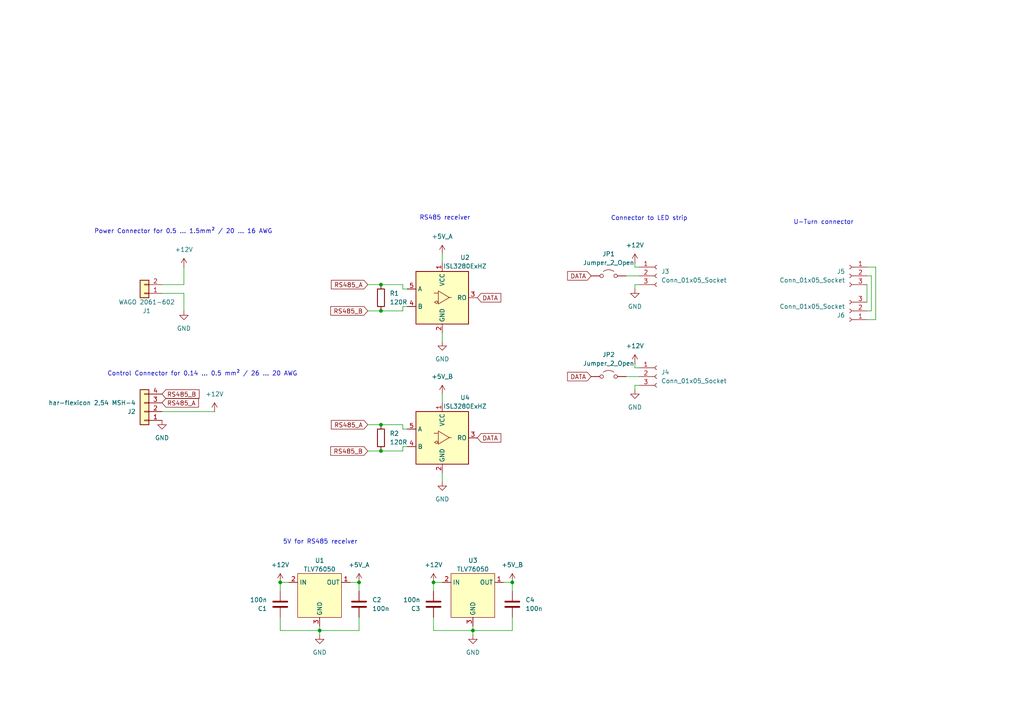
<source format=kicad_sch>
(kicad_sch (version 20231120) (generator "eeschema") (generator_version "8.0")
  (paper "A4")
  (lib_symbols
    (symbol "Connector:Conn_01x03_Socket" (pin_names (offset 1.016) hide)
      (property "Reference" "J" (at 0 5.08 0))
      (property "Value" "Conn_01x03_Socket" (at 0 -5.08 0))
      (symbol "Conn_01x03_Socket_1_1"
        (arc (start 0 -2.032) (mid -0.5058 -2.54) (end 0 -3.048) (stroke (width 0.1524)))
        (polyline (pts (xy -1.27 -2.54) (xy -0.508 -2.54)) (stroke (width 0.1524)))
        (polyline (pts (xy -1.27 0) (xy -0.508 0)) (stroke (width 0.1524)))
        (polyline (pts (xy -1.27 2.54) (xy -0.508 2.54)) (stroke (width 0.1524)))
        (arc (start 0 0.508) (mid -0.5058 0) (end 0 -0.508) (stroke (width 0.1524)))
        (arc (start 0 3.048) (mid -0.5058 2.54) (end 0 2.032) (stroke (width 0.1524)))
        (pin passive line (at -5.08 2.54 0) (length 3.81) (name "Pin_1") (number "1"))
        (pin passive line (at -5.08 0 0) (length 3.81) (name "Pin_2") (number "2"))
        (pin passive line (at -5.08 -2.54 0) (length 3.81) (name "Pin_3") (number "3"))
      )
    )
    (symbol "Connector_Generic:Conn_01x02" (pin_names (offset 1.016) hide)
      (property "Reference" "J" (at 0 2.54 0))
      (property "Value" "Conn_01x02" (at 0 -5.08 0))
      (symbol "Conn_01x02_1_1"
        (rectangle (start -1.27 -2.413) (end 0 -2.667) (stroke (width 0.1524)))
        (rectangle (start -1.27 0.127) (end 0 -0.127) (stroke (width 0.1524)))
        (rectangle (start -1.27 1.27) (end 1.27 -3.81) (stroke (width 0.254)) (fill (type background)))
        (pin passive line (at -5.08 0 0) (length 3.81) (name "Pin_1") (number "1"))
        (pin passive line (at -5.08 -2.54 0) (length 3.81) (name "Pin_2") (number "2"))
      )
    )
    (symbol "Connector_Generic:Conn_01x04" (pin_names (offset 1.016) hide)
      (property "Reference" "J" (at 0 5.08 0))
      (property "Value" "Conn_01x04" (at 0 -7.62 0))
      (symbol "Conn_01x04_1_1"
        (rectangle (start -1.27 -4.953) (end 0 -5.207) (stroke (width 0.1524)))
        (rectangle (start -1.27 -2.413) (end 0 -2.667) (stroke (width 0.1524)))
        (rectangle (start -1.27 0.127) (end 0 -0.127) (stroke (width 0.1524)))
        (rectangle (start -1.27 2.667) (end 0 2.413) (stroke (width 0.1524)))
        (rectangle (start -1.27 3.81) (end 1.27 -6.35) (stroke (width 0.254)) (fill (type background)))
        (pin passive line (at -5.08 2.54 0) (length 3.81) (name "Pin_1") (number "1"))
        (pin passive line (at -5.08 0 0) (length 3.81) (name "Pin_2") (number "2"))
        (pin passive line (at -5.08 -2.54 0) (length 3.81) (name "Pin_3") (number "3"))
        (pin passive line (at -5.08 -5.08 0) (length 3.81) (name "Pin_4") (number "4"))
      )
    )
    (symbol "Device:C" (pin_numbers hide) (pin_names (offset 0.254))
      (property "Reference" "C" (at 0.635 2.54 0))
      (property "Value" "C" (at 0.635 -2.54 0))
      (symbol "C_0_1"
        (polyline (pts (xy -2.032 -0.762) (xy 2.032 -0.762)) (stroke (width 0.508)))
        (polyline (pts (xy -2.032 0.762) (xy 2.032 0.762)) (stroke (width 0.508)))
      )
      (symbol "C_1_1"
        (pin passive line (at 0 3.81 270) (length 2.794) (name "~") (number "1"))
        (pin passive line (at 0 -3.81 90) (length 2.794) (name "~") (number "2"))
      )
    )
    (symbol "Device:R" (pin_numbers hide) (pin_names (offset 0))
      (property "Reference" "R" (at 2.032 0 90))
      (property "Value" "R" (at 0 0 90))
      (symbol "R_0_1"
        (rectangle (start -1.016 -2.54) (end 1.016 2.54) (stroke (width 0.254)))
      )
      (symbol "R_1_1"
        (pin passive line (at 0 3.81 270) (length 1.27) (name "~") (number "1"))
        (pin passive line (at 0 -3.81 90) (length 1.27) (name "~") (number "2"))
      )
    )
    (symbol "Interface_UART:ISL3280ExHZ"
      (property "Reference" "U" (at 2.54 11.43 0))
      (property "Value" "ISL3280ExHZ" (at 2.54 8.89 0))
      (symbol "ISL3280ExHZ_0_1"
        (circle (center -1.651 -1.2954) (radius 0.3556))
        (polyline (pts (xy -2.0574 -1.2954) (xy -2.3622 -1.2954)))
        (polyline (pts (xy 2.032 0.0762) (xy 2.667 0.0762)))
        (polyline (pts (xy -1.143 1.9812) (xy -1.143 -1.8288) (xy 2.032 0.0762) (xy -1.143 1.9812) (xy -1.143 1.3462) (xy -2.413 1.3462)))
        (rectangle (start 7.62 7.62) (end -7.62 -7.62) (stroke (width 0.254)) (fill (type background)))
      )
      (symbol "ISL3280ExHZ_1_1"
        (pin power_in line (at 0 10.16 270) (length 2.54) (name "VCC") (number "1"))
        (pin power_in line (at 0 -10.16 90) (length 2.54) (name "GND") (number "2"))
        (pin output line (at 10.16 0 180) (length 2.54) (name "RO") (number "3"))
        (pin input line (at -10.16 -2.54 0) (length 2.54) (name "B") (number "4"))
        (pin input line (at -10.16 2.54 0) (length 2.54) (name "A") (number "5"))
      )
    )
    (symbol "Jumper:Jumper_2_Open" (pin_numbers hide) (pin_names (offset 0) hide) (exclude_from_sim yes)
      (property "Reference" "JP" (at 0 2.794 0))
      (property "Value" "Jumper_2_Open" (at 0 -2.286 0))
      (symbol "Jumper_2_Open_0_0"
        (circle (center -2.032 0) (radius 0.508))
        (circle (center 2.032 0) (radius 0.508))
      )
      (symbol "Jumper_2_Open_0_1"
        (arc (start 1.524 1.27) (mid 0 1.778) (end -1.524 1.27))
      )
      (symbol "Jumper_2_Open_1_1"
        (pin passive line (at -5.08 0 0) (length 2.54) (name "A") (number "1"))
        (pin passive line (at 5.08 0 180) (length 2.54) (name "B") (number "2"))
      )
    )
    (symbol "local:TLV760"
      (property "Reference" "U" (at 0 8.382 0))
      (symbol "TLV760_1_1"
        (rectangle (start -6.35 6.35) (end 6.35 -6.35) (fill (type background)))
        (pin power_out line (at 8.89 3.81 180) (length 2.54) (name "OUT") (number "1"))
        (pin power_in line (at -8.89 3.81 0) (length 2.54) (name "IN") (number "2"))
        (pin power_in line (at 0 -8.89 90) (length 2.54) (name "GND") (number "3"))
      )
    )
    (symbol "power:+12V" (power) (pin_numbers hide) (pin_names (offset 0) hide)
      (property "Value" "+12V" (at 0 3.556 0))
      (symbol "+12V_0_1"
        (polyline (pts (xy -0.762 1.27) (xy 0 2.54)))
        (polyline (pts (xy 0 0) (xy 0 2.54)))
        (polyline (pts (xy 0 2.54) (xy 0.762 1.27)))
      )
      (symbol "+12V_1_1"
        (pin power_in line (at 0 0 90) (length 0) (name "~") (number "1"))
      )
    )
    (symbol "power:+5V" (power) (pin_names (offset 0))
      (property "Value" "+5V" (at 0 3.556 0))
      (symbol "+5V_0_1"
        (polyline (pts (xy -0.762 1.27) (xy 0 2.54)))
        (polyline (pts (xy 0 0) (xy 0 2.54)))
        (polyline (pts (xy 0 2.54) (xy 0.762 1.27)))
      )
      (symbol "+5V_1_1"
        (pin power_in line (at 0 0 90) (length 0) hide (name "+5V") (number "1"))
      )
    )
    (symbol "power:GND" (power) (pin_names (offset 0))
      (property "Value" "GND" (at 0 -3.81 0))
      (symbol "GND_0_1"
        (polyline (pts (xy 0 0) (xy 0 -1.27) (xy 1.27 -1.27) (xy 0 -2.54) (xy -1.27 -1.27) (xy 0 -1.27)))
      )
      (symbol "GND_1_1"
        (pin power_in line (at 0 0 270) (length 0) hide (name "GND") (number "1"))
      )
    )
  )
  (junction (at 110.49 82.55))
  (junction (at 137.16 182.88))
  (junction (at 81.28 168.91))
  (junction (at 92.71 182.88))
  (junction (at 110.49 90.17))
  (junction (at 110.49 130.81))
  (junction (at 125.73 168.91))
  (junction (at 148.59 168.91))
  (junction (at 110.49 123.19))
  (junction (at 104.14 168.91))
  (wire (pts (xy 128.27 114.3) (xy 128.27 116.84)))
  (wire (pts (xy 106.68 130.81) (xy 110.49 130.81)))
  (wire (pts (xy 53.34 82.55) (xy 46.99 82.55)))
  (wire (pts (xy 53.34 77.47) (xy 53.34 82.55)))
  (wire (pts (xy 106.68 90.17) (xy 110.49 90.17)))
  (wire (pts (xy 116.84 88.9) (xy 116.84 90.17)))
  (wire (pts (xy 110.49 123.19) (xy 106.68 123.19)))
  (wire (pts (xy 116.84 88.9) (xy 118.11 88.9)))
  (wire (pts (xy 110.49 130.81) (xy 116.84 130.81)))
  (wire (pts (xy 125.73 168.91) (xy 125.73 171.45)))
  (wire (pts (xy 184.15 106.68) (xy 184.15 105.41)))
  (wire (pts (xy 110.49 90.17) (xy 116.84 90.17)))
  (wire (pts (xy 184.15 113.03) (xy 184.15 111.76)))
  (wire (pts (xy 252.73 90.17) (xy 252.73 80.01)))
  (wire (pts (xy 184.15 82.55) (xy 185.42 82.55)))
  (wire (pts (xy 148.59 182.88) (xy 148.59 179.07)))
  (wire (pts (xy 92.71 182.88) (xy 92.71 184.15)))
  (wire (pts (xy 125.73 179.07) (xy 125.73 182.88)))
  (wire (pts (xy 101.6 168.91) (xy 104.14 168.91)))
  (wire (pts (xy 184.15 77.47) (xy 184.15 76.2)))
  (wire (pts (xy 116.84 129.54) (xy 116.84 130.81)))
  (wire (pts (xy 104.14 168.91) (xy 104.14 171.45)))
  (wire (pts (xy 110.49 123.19) (xy 116.84 123.19)))
  (wire (pts (xy 184.15 111.76) (xy 185.42 111.76)))
  (wire (pts (xy 251.46 77.47) (xy 254 77.47)))
  (wire (pts (xy 116.84 83.82) (xy 118.11 83.82)))
  (wire (pts (xy 181.61 80.01) (xy 185.42 80.01)))
  (wire (pts (xy 110.49 82.55) (xy 106.68 82.55)))
  (wire (pts (xy 181.61 109.22) (xy 185.42 109.22)))
  (wire (pts (xy 116.84 124.46) (xy 118.11 124.46)))
  (wire (pts (xy 184.15 106.68) (xy 185.42 106.68)))
  (wire (pts (xy 251.46 82.55) (xy 251.46 87.63)))
  (wire (pts (xy 116.84 82.55) (xy 116.84 83.82)))
  (wire (pts (xy 116.84 129.54) (xy 118.11 129.54)))
  (wire (pts (xy 92.71 181.61) (xy 92.71 182.88)))
  (wire (pts (xy 254 77.47) (xy 254 92.71)))
  (wire (pts (xy 251.46 80.01) (xy 252.73 80.01)))
  (wire (pts (xy 125.73 168.91) (xy 128.27 168.91)))
  (wire (pts (xy 251.46 90.17) (xy 252.73 90.17)))
  (wire (pts (xy 53.34 85.09) (xy 46.99 85.09)))
  (wire (pts (xy 137.16 182.88) (xy 148.59 182.88)))
  (wire (pts (xy 104.14 182.88) (xy 104.14 179.07)))
  (wire (pts (xy 128.27 96.52) (xy 128.27 99.06)))
  (wire (pts (xy 148.59 168.91) (xy 148.59 171.45)))
  (wire (pts (xy 46.99 119.38) (xy 62.23 119.38)))
  (wire (pts (xy 128.27 73.66) (xy 128.27 76.2)))
  (wire (pts (xy 81.28 182.88) (xy 92.71 182.88)))
  (wire (pts (xy 81.28 168.91) (xy 81.28 171.45)))
  (wire (pts (xy 185.42 77.47) (xy 184.15 77.47)))
  (wire (pts (xy 110.49 82.55) (xy 116.84 82.55)))
  (wire (pts (xy 137.16 182.88) (xy 137.16 184.15)))
  (wire (pts (xy 146.05 168.91) (xy 148.59 168.91)))
  (wire (pts (xy 92.71 182.88) (xy 104.14 182.88)))
  (wire (pts (xy 81.28 168.91) (xy 83.82 168.91)))
  (wire (pts (xy 125.73 182.88) (xy 137.16 182.88)))
  (wire (pts (xy 53.34 90.17) (xy 53.34 85.09)))
  (wire (pts (xy 251.46 92.71) (xy 254 92.71)))
  (wire (pts (xy 81.28 179.07) (xy 81.28 182.88)))
  (wire (pts (xy 184.15 83.82) (xy 184.15 82.55)))
  (wire (pts (xy 137.16 181.61) (xy 137.16 182.88)))
  (wire (pts (xy 116.84 123.19) (xy 116.84 124.46)))
  (wire (pts (xy 128.27 137.16) (xy 128.27 139.7)))
  (text "5V for RS485 receiver" (at 82.042 157.988 0) (effects (font (size 1.27 1.27)) (justify left bottom)))
  (text "U-Turn connector" (at 230.124 65.278 0) (effects (font (size 1.27 1.27)) (justify left bottom)))
  (text "RS485 receiver" (at 121.666 64.008 0) (effects (font (size 1.27 1.27)) (justify left bottom)))
  (text "Control Connector for 0.14 … 0.5 mm² / 26 … 20 AWG" (at 31.115 109.22 0) (effects (font (size 1.27 1.27)) (justify left bottom)))
  (text "Connector to LED strip" (at 177.165 64.135 0) (effects (font (size 1.27 1.27)) (justify left bottom)))
  (text "Power Connector for 0.5 … 1.5mm² / 20 … 16 AWG" (at 27.305 67.945 0) (effects (font (size 1.27 1.27)) (justify left bottom)))
  (global_label "RS485_A" (shape input) (at 106.68 123.19 180) (property "Intersheetrefs" "${INTERSHEET_REFS}" (effects (hide yes))))
  (global_label "DATA" (shape input) (at 171.45 109.22 180) (property "Intersheetrefs" "${INTERSHEET_REFS}" (effects (hide yes))))
  (global_label "RS485_A" (shape input) (at 46.99 116.84 0) (property "Intersheetrefs" "${INTERSHEET_REFS}" (effects (hide yes))))
  (global_label "DATA" (shape input) (at 171.45 80.01 180) (property "Intersheetrefs" "${INTERSHEET_REFS}" (effects (hide yes))))
  (global_label "RS485_B" (shape input) (at 46.99 114.3 0) (property "Intersheetrefs" "${INTERSHEET_REFS}" (effects (hide yes))))
  (global_label "DATA" (shape input) (at 138.43 127 0) (property "Intersheetrefs" "${INTERSHEET_REFS}" (effects (hide yes))))
  (global_label "RS485_B" (shape input) (at 106.68 130.81 180) (property "Intersheetrefs" "${INTERSHEET_REFS}" (effects (hide yes))))
  (global_label "RS485_B" (shape input) (at 106.68 90.17 180) (property "Intersheetrefs" "${INTERSHEET_REFS}" (effects (hide yes))))
  (global_label "RS485_A" (shape input) (at 106.68 82.55 180) (property "Intersheetrefs" "${INTERSHEET_REFS}" (effects (hide yes))))
  (global_label "DATA" (shape input) (at 138.43 86.36 0) (property "Intersheetrefs" "${INTERSHEET_REFS}" (effects (hide yes))))
  (symbol (lib_id "power:+12V") (at 53.34 77.47 0) (unit 1)
    (property "Reference" "#PWR013" (effects (hide yes)))
    (property "Value" "+12V" (at 53.34 72.39 0))
    (property "Description" "Power symbol creates a global label with name \"+12V\"" (effects (hide yes)))
  )
  (symbol (lib_id "Device:C") (at 104.14 175.26 0) (unit 1)
    (property "Reference" "C2" (at 107.95 173.99 0) (effects (justify left)))
    (property "Value" "100n" (at 107.95 176.53 0) (effects (justify left)))
    (property "Footprint" "Capacitor_SMD:C_0603_1608Metric" (effects (hide yes)))
  )
  (symbol (lib_id "power:+12V") (at 81.28 168.91 0) (unit 1)
    (property "Reference" "#PWR01" (effects (hide yes)))
    (property "Value" "+12V" (at 81.28 163.83 0))
    (property "Description" "Power symbol creates a global label with name \"+12V\"" (effects (hide yes)))
  )
  (symbol (lib_id "power:+12V") (at 125.73 168.91 0) (unit 1)
    (property "Reference" "#PWR012" (effects (hide yes)))
    (property "Value" "+12V" (at 125.73 163.83 0))
    (property "Description" "Power symbol creates a global label with name \"+12V\"" (effects (hide yes)))
  )
  (symbol (lib_id "power:+5V") (at 148.59 168.91 0) (unit 1)
    (property "Reference" "#PWR015" (effects (hide yes)))
    (property "Value" "+5V_B" (at 148.59 163.83 0))
  )
  (symbol (lib_id "Interface_UART:ISL3280ExHZ") (at 128.27 127 0) (unit 1)
    (property "Reference" "U4" (at 134.874 115.316 0))
    (property "Value" "ISL3280ExHZ" (at 134.874 117.856 0))
    (property "Footprint" "local:ISL3280E" (effects (hide yes)))
    (property "Datasheet" "https://www.renesas.com/us/en/www/doc/datasheet/isl3280e-81e-82e-83e-84e-85e.pdf" (effects (hide yes)))
    (property "Description" "RS485, RS422, 20Mbps Transceiver, 3.0V to 5.5V, SOT-23-5" (effects (hide yes)))
  )
  (symbol (lib_id "power:GND") (at 184.15 83.82 0) (unit 1)
    (property "Reference" "#PWR02" (effects (hide yes)))
    (property "Value" "GND" (at 184.15 88.9 0))
  )
  (symbol (lib_id "power:GND") (at 53.34 90.17 0) (unit 1)
    (property "Reference" "#PWR06" (effects (hide yes)))
    (property "Value" "GND" (at 53.34 95.25 0))
  )
  (symbol (lib_id "power:GND") (at 92.71 184.15 0) (unit 1)
    (property "Reference" "#PWR09" (effects (hide yes)))
    (property "Value" "GND" (at 92.71 189.23 0))
  )
  (symbol (lib_id "power:GND") (at 137.16 184.15 0) (unit 1)
    (property "Reference" "#PWR016" (effects (hide yes)))
    (property "Value" "GND" (at 137.16 189.23 0))
  )
  (symbol (lib_id "local:TLV760") (at 92.71 172.72 0) (unit 1)
    (property "Reference" "U1" (at 92.71 162.56 0))
    (property "Value" "TLV76050" (at 92.71 165.1 0))
    (property "Footprint" "local:TLV760" (effects (hide yes)))
  )
  (symbol (lib_id "power:+5V") (at 104.14 168.91 0) (unit 1)
    (property "Reference" "#PWR010" (effects (hide yes)))
    (property "Value" "+5V_A" (at 104.14 163.83 0))
  )
  (symbol (lib_id "power:+12V") (at 62.23 119.38 0) (unit 1)
    (property "Reference" "#PWR014" (effects (hide yes)))
    (property "Value" "+12V" (at 62.23 114.3 0))
    (property "Description" "Power symbol creates a global label with name \"+12V\"" (effects (hide yes)))
  )
  (symbol (lib_id "Connector_Generic:Conn_01x04") (at 41.91 119.38 180) (unit 1)
    (property "Reference" "J2" (at 39.37 119.38 0) (effects (justify left)))
    (property "Value" "har-flexicon 2,54 MSH-4" (at 39.37 116.84 0) (effects (justify left)))
    (property "Footprint" "local:Harting14110413002000" (effects (hide yes)))
  )
  (symbol (lib_id "power:+5V") (at 128.27 73.66 0) (unit 1)
    (property "Reference" "#PWR05" (effects (hide yes)))
    (property "Value" "+5V_A" (at 128.27 68.58 0))
  )
  (symbol (lib_id "power:GND") (at 128.27 99.06 0) (unit 1)
    (property "Reference" "#PWR04" (effects (hide yes)))
    (property "Value" "GND" (at 128.27 104.14 0))
  )
  (symbol (lib_id "Device:C") (at 125.73 175.26 180) (unit 1)
    (property "Reference" "C3" (at 121.92 176.53 0) (effects (justify left)))
    (property "Value" "100n" (at 121.92 173.99 0) (effects (justify left)))
    (property "Footprint" "Capacitor_SMD:C_0603_1608Metric" (effects (hide yes)))
  )
  (symbol (lib_id "Connector_Generic:Conn_01x02") (at 41.91 85.09 180) (unit 1)
    (property "Reference" "J1" (at 42.545 90.17 0))
    (property "Value" "WAGO 2061-602" (at 42.545 87.63 0))
    (property "Footprint" "local:WAGO2061-602" (effects (hide yes)))
  )
  (symbol (lib_id "power:+12V") (at 184.15 105.41 0) (unit 1)
    (property "Reference" "#PWR08" (effects (hide yes)))
    (property "Value" "+12V" (at 184.15 100.33 0))
    (property "Description" "Power symbol creates a global label with name \"+12V\"" (effects (hide yes)))
  )
  (symbol (lib_id "Interface_UART:ISL3280ExHZ") (at 128.27 86.36 0) (unit 1)
    (property "Reference" "U2" (at 134.874 74.676 0))
    (property "Value" "ISL3280ExHZ" (at 134.874 77.216 0))
    (property "Footprint" "local:ISL3280E" (effects (hide yes)))
    (property "Datasheet" "https://www.renesas.com/us/en/www/doc/datasheet/isl3280e-81e-82e-83e-84e-85e.pdf" (effects (hide yes)))
    (property "Description" "RS485, RS422, 20Mbps Transceiver, 3.0V to 5.5V, SOT-23-5" (effects (hide yes)))
  )
  (symbol (lib_id "Device:C") (at 148.59 175.26 0) (unit 1)
    (property "Reference" "C4" (at 152.4 173.99 0) (effects (justify left)))
    (property "Value" "100n" (at 152.4 176.53 0) (effects (justify left)))
    (property "Footprint" "Capacitor_SMD:C_0603_1608Metric" (effects (hide yes)))
  )
  (symbol (lib_id "Jumper:Jumper_2_Open") (at 176.53 109.22 0) (unit 1) (exclude_from_sim yes)
    (property "Reference" "JP2" (at 176.53 102.87 0))
    (property "Value" "Jumper_2_Open" (at 176.53 105.41 0))
    (property "Footprint" "local:Jumper" (effects (hide yes)))
    (property "Description" "Jumper, 2-pole, open" (effects (hide yes)))
  )
  (symbol (lib_id "power:+12V") (at 184.15 76.2 0) (unit 1)
    (property "Reference" "#PWR07" (effects (hide yes)))
    (property "Value" "+12V" (at 184.15 71.12 0))
    (property "Description" "Power symbol creates a global label with name \"+12V\"" (effects (hide yes)))
  )
  (symbol (lib_id "local:TLV760") (at 137.16 172.72 0) (unit 1)
    (property "Reference" "U3" (at 137.16 162.56 0))
    (property "Value" "TLV76050" (at 137.16 165.1 0))
    (property "Footprint" "local:TLV760" (effects (hide yes)))
  )
  (symbol (lib_id "Connector:Conn_01x03_Socket") (at 246.38 80.01 0) (mirror y) (unit 1)
    (property "Reference" "J5" (at 245.11 78.74 0) (effects (justify left)))
    (property "Value" "Conn_01x05_Socket" (at 245.11 81.28 0) (effects (justify left)))
    (property "Footprint" "local:LedConnector3pin10mm" (effects (hide yes)))
  )
  (symbol (lib_id "Device:C") (at 81.28 175.26 180) (unit 1)
    (property "Reference" "C1" (at 77.47 176.53 0) (effects (justify left)))
    (property "Value" "100n" (at 77.47 173.99 0) (effects (justify left)))
    (property "Footprint" "Capacitor_SMD:C_0603_1608Metric" (effects (hide yes)))
  )
  (symbol (lib_id "power:+5V") (at 128.27 114.3 0) (unit 1)
    (property "Reference" "#PWR017" (effects (hide yes)))
    (property "Value" "+5V_B" (at 128.27 109.22 0))
  )
  (symbol (lib_id "Device:R") (at 110.49 86.36 0) (unit 1)
    (property "Reference" "R1" (at 113.03 85.09 0) (effects (justify left)))
    (property "Value" "120R" (at 113.03 87.63 0) (effects (justify left)))
    (property "Footprint" "Resistor_SMD:R_1206_3216Metric" (effects (hide yes)))
  )
  (symbol (lib_id "Connector:Conn_01x03_Socket") (at 190.5 109.22 0) (unit 1)
    (property "Reference" "J4" (at 191.77 107.95 0) (effects (justify left)))
    (property "Value" "Conn_01x05_Socket" (at 191.77 110.49 0) (effects (justify left)))
    (property "Footprint" "local:LedConnector3pin10mm" (effects (hide yes)))
  )
  (symbol (lib_id "power:GND") (at 184.15 113.03 0) (unit 1)
    (property "Reference" "#PWR011" (effects (hide yes)))
    (property "Value" "GND" (at 184.15 118.11 0))
  )
  (symbol (lib_id "Connector:Conn_01x03_Socket") (at 246.38 90.17 180) (unit 1)
    (property "Reference" "J6" (at 245.11 91.44 0) (effects (justify left)))
    (property "Value" "Conn_01x05_Socket" (at 245.11 88.9 0) (effects (justify left)))
    (property "Footprint" "local:LedConnector3pin10mm" (effects (hide yes)))
  )
  (symbol (lib_id "power:GND") (at 46.99 121.92 0) (unit 1)
    (property "Reference" "#PWR03" (effects (hide yes)))
    (property "Value" "GND" (at 46.99 127 0))
  )
  (symbol (lib_id "Jumper:Jumper_2_Open") (at 176.53 80.01 0) (unit 1) (exclude_from_sim yes)
    (property "Reference" "JP1" (at 176.53 73.66 0))
    (property "Value" "Jumper_2_Open" (at 176.53 76.2 0))
    (property "Footprint" "local:Jumper" (effects (hide yes)))
    (property "Description" "Jumper, 2-pole, open" (effects (hide yes)))
  )
  (symbol (lib_id "Device:R") (at 110.49 127 0) (unit 1)
    (property "Reference" "R2" (at 113.03 125.73 0) (effects (justify left)))
    (property "Value" "120R" (at 113.03 128.27 0) (effects (justify left)))
    (property "Footprint" "Resistor_SMD:R_1206_3216Metric" (effects (hide yes)))
  )
  (symbol (lib_id "power:GND") (at 128.27 139.7 0) (unit 1)
    (property "Reference" "#PWR018" (effects (hide yes)))
    (property "Value" "GND" (at 128.27 144.78 0))
  )
  (symbol (lib_id "Connector:Conn_01x03_Socket") (at 190.5 80.01 0) (unit 1)
    (property "Reference" "J3" (at 191.77 78.74 0) (effects (justify left)))
    (property "Value" "Conn_01x05_Socket" (at 191.77 81.28 0) (effects (justify left)))
    (property "Footprint" "local:LedConnector3pin10mm" (effects (hide yes)))
  )
)
</source>
